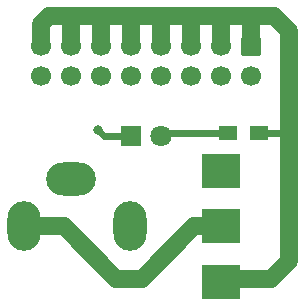
<source format=gbr>
%TF.GenerationSoftware,KiCad,Pcbnew,(5.1.9)-1*%
%TF.CreationDate,2021-03-02T23:47:49+00:00*%
%TF.ProjectId,Power In,506f7765-7220-4496-9e2e-6b696361645f,rev?*%
%TF.SameCoordinates,Original*%
%TF.FileFunction,Copper,L1,Top*%
%TF.FilePolarity,Positive*%
%FSLAX46Y46*%
G04 Gerber Fmt 4.6, Leading zero omitted, Abs format (unit mm)*
G04 Created by KiCad (PCBNEW (5.1.9)-1) date 2021-03-02 23:47:49*
%MOMM*%
%LPD*%
G01*
G04 APERTURE LIST*
%TA.AperFunction,SMDPad,CuDef*%
%ADD10R,1.500000X1.300000*%
%TD*%
%TA.AperFunction,ComponentPad*%
%ADD11R,1.800000X1.800000*%
%TD*%
%TA.AperFunction,ComponentPad*%
%ADD12C,1.800000*%
%TD*%
%TA.AperFunction,ComponentPad*%
%ADD13R,3.300000X3.000000*%
%TD*%
%TA.AperFunction,ComponentPad*%
%ADD14C,1.700000*%
%TD*%
%TA.AperFunction,ComponentPad*%
%ADD15O,2.800000X4.200000*%
%TD*%
%TA.AperFunction,ComponentPad*%
%ADD16O,4.200000X2.800000*%
%TD*%
%TA.AperFunction,ViaPad*%
%ADD17C,0.800000*%
%TD*%
%TA.AperFunction,Conductor*%
%ADD18C,1.500000*%
%TD*%
%TA.AperFunction,Conductor*%
%ADD19C,0.600000*%
%TD*%
G04 APERTURE END LIST*
D10*
%TO.P,R1,1*%
%TO.N,Net-(J2-Pad1)*%
X150575000Y-86106000D03*
%TO.P,R1,2*%
%TO.N,Net-(D1-Pad2)*%
X147875000Y-86106000D03*
%TD*%
D11*
%TO.P,D1,1*%
%TO.N,Net-(D1-Pad1)*%
X139700000Y-86360000D03*
D12*
%TO.P,D1,2*%
%TO.N,Net-(D1-Pad2)*%
X142240000Y-86360000D03*
%TD*%
D13*
%TO.P,SW1,3*%
%TO.N,Net-(SW1-Pad3)*%
X147320000Y-89300000D03*
%TO.P,SW1,2*%
%TO.N,Net-(J1-Pad1)*%
X147320000Y-94000000D03*
%TO.P,SW1,1*%
%TO.N,Net-(J2-Pad1)*%
X147320000Y-98700000D03*
%TD*%
D14*
%TO.P,J2,16*%
%TO.N,Net-(D1-Pad1)*%
X132080000Y-81280000D03*
%TO.P,J2,14*%
X134620000Y-81280000D03*
%TO.P,J2,12*%
X137160000Y-81280000D03*
%TO.P,J2,10*%
X139700000Y-81280000D03*
%TO.P,J2,8*%
X142240000Y-81280000D03*
%TO.P,J2,6*%
X144780000Y-81280000D03*
%TO.P,J2,4*%
X147320000Y-81280000D03*
%TO.P,J2,2*%
X149860000Y-81280000D03*
%TO.P,J2,15*%
%TO.N,Net-(J2-Pad1)*%
X132080000Y-78740000D03*
%TO.P,J2,13*%
X134620000Y-78740000D03*
%TO.P,J2,11*%
X137160000Y-78740000D03*
%TO.P,J2,9*%
X139700000Y-78740000D03*
%TO.P,J2,7*%
X142240000Y-78740000D03*
%TO.P,J2,5*%
X144780000Y-78740000D03*
%TO.P,J2,3*%
X147320000Y-78740000D03*
%TO.P,J2,1*%
%TA.AperFunction,ComponentPad*%
G36*
G01*
X149260000Y-77890000D02*
X150460000Y-77890000D01*
G75*
G02*
X150710000Y-78140000I0J-250000D01*
G01*
X150710000Y-79340000D01*
G75*
G02*
X150460000Y-79590000I-250000J0D01*
G01*
X149260000Y-79590000D01*
G75*
G02*
X149010000Y-79340000I0J250000D01*
G01*
X149010000Y-78140000D01*
G75*
G02*
X149260000Y-77890000I250000J0D01*
G01*
G37*
%TD.AperFunction*%
%TD*%
D15*
%TO.P,J1,3*%
%TO.N,Net-(D1-Pad1)*%
X139620000Y-93980000D03*
D16*
%TO.P,J1,2*%
%TO.N,Net-(J1-Pad2)*%
X134620000Y-89980000D03*
D15*
%TO.P,J1,1*%
%TO.N,Net-(J1-Pad1)*%
X130620000Y-93980000D03*
%TD*%
D17*
%TO.N,Net-(D1-Pad1)*%
X136906000Y-85852000D03*
%TD*%
D18*
%TO.N,Net-(J1-Pad1)*%
X145014000Y-94000000D02*
X147320000Y-94000000D01*
X140589000Y-98425000D02*
X145014000Y-94000000D01*
X138430000Y-98425000D02*
X140589000Y-98425000D01*
X133985000Y-93980000D02*
X138430000Y-98425000D01*
X130620000Y-93980000D02*
X133985000Y-93980000D01*
%TO.N,Net-(J2-Pad1)*%
X132715000Y-76200000D02*
X132080000Y-76835000D01*
X153035000Y-77470000D02*
X151765000Y-76200000D01*
X132080000Y-76835000D02*
X132080000Y-78740000D01*
X134620000Y-78740000D02*
X134620000Y-76200000D01*
X134620000Y-76200000D02*
X132715000Y-76200000D01*
X137160000Y-78740000D02*
X137160000Y-76200000D01*
X137160000Y-76200000D02*
X134620000Y-76200000D01*
X139700000Y-78740000D02*
X139700000Y-76200000D01*
X139700000Y-76200000D02*
X137160000Y-76200000D01*
X142240000Y-78740000D02*
X142240000Y-76200000D01*
X142240000Y-76200000D02*
X139700000Y-76200000D01*
X144780000Y-78740000D02*
X144780000Y-76200000D01*
X144780000Y-76200000D02*
X142240000Y-76200000D01*
X147320000Y-78740000D02*
X147320000Y-76200000D01*
X147320000Y-76200000D02*
X144780000Y-76200000D01*
X149860000Y-78740000D02*
X149860000Y-76200000D01*
X149860000Y-76200000D02*
X147320000Y-76200000D01*
X151765000Y-76200000D02*
X149860000Y-76200000D01*
X153035000Y-85090000D02*
X153035000Y-77470000D01*
D19*
X152908000Y-86106000D02*
X153035000Y-86233000D01*
D18*
X153035000Y-86233000D02*
X153035000Y-85090000D01*
D19*
X150575000Y-86106000D02*
X152908000Y-86106000D01*
D18*
X147595000Y-98425000D02*
X147320000Y-98700000D01*
X151511000Y-98425000D02*
X147595000Y-98425000D01*
X153035000Y-96901000D02*
X151511000Y-98425000D01*
X153035000Y-86233000D02*
X153035000Y-96901000D01*
D19*
%TO.N,Net-(D1-Pad1)*%
X137414000Y-86360000D02*
X136906000Y-85852000D01*
X139700000Y-86360000D02*
X137414000Y-86360000D01*
%TO.N,Net-(D1-Pad2)*%
X142494000Y-86106000D02*
X142240000Y-86360000D01*
X147875000Y-86106000D02*
X142494000Y-86106000D01*
%TD*%
M02*

</source>
